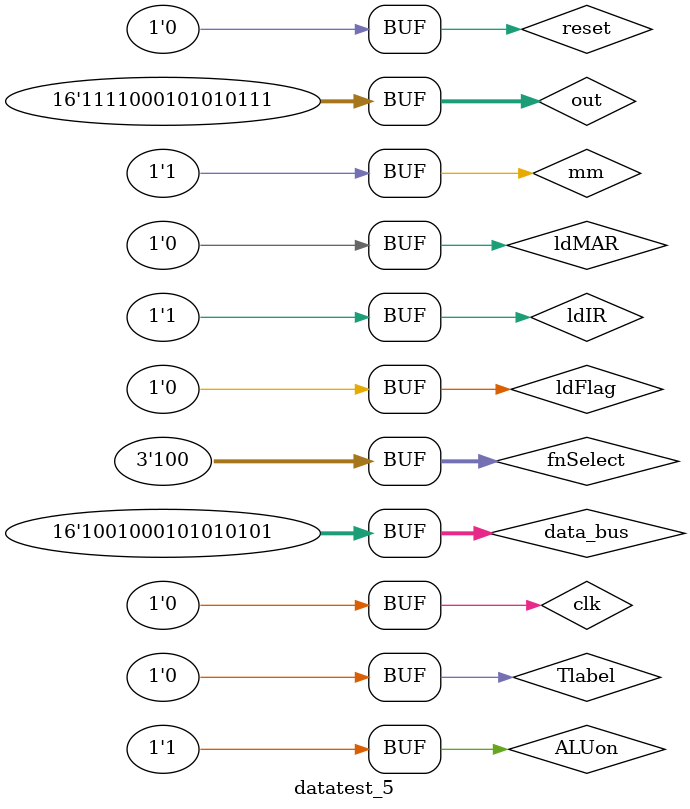
<source format=v>
`timescale 1ns / 1ps


module datatest_5;

	// Inputs
	reg ldMAR;
	reg [15:0] data_bus;
	reg ldIR;
	reg Tlabel;
	reg clk;
	reg ALUon;
	reg [2:0] fnSelect;
	reg mm;
	reg [15:0] out;
	reg reset;
	reg ldFlag;

	// Outputs
	wire [3:0] ir_1;
	wire [1:0] ir_2;
	wire [1:0] ir_3;
	wire [2:0] ir_4;
	wire [2:0] funct;
	wire s;
	wire v;
	wire c;
	wire z;
	wire cc;

	// Instantiate the Unit Under Test (UUT)
	datapath uut (
		.ldMAR(ldMAR), 
		.data_bus(data_bus), 
		.ldIR(ldIR), 
		.Tlabel(Tlabel), 
		.clk(clk), 
		.ir_1(ir_1), 
		.ir_2(ir_2), 
		.ir_3(ir_3), 
		.ir_4(ir_4), 
		.ALUon(ALUon), 
		.fnSelect(fnSelect), 
		.funct(funct), 
		.mm(mm), 
		.out(out), 
		.s(s), 
		.v(v), 
		.c(c), 
		.z(z), 
		.cc(cc), 
		.reset(reset), 
		.ldFlag(ldFlag)
	);

	initial begin
		// Initialize Inputs
		ldMAR = 0;
		data_bus = 0;
		ldIR = 0;
		Tlabel = 0;
		clk = 0;
		ALUon = 0;
		fnSelect = 0;
		mm = 0;
		out = 0;
		reset = 0;
		ldFlag = 0;
#10;
		clk=0;
		#5
		clk=1;
		data_bus = 16'b0010000101010101;
		ldIR =1;
		Tlabel =0;
		ldMAR =0;
		ALUon =1;
		fnSelect = 3'b100;
		mm =1;
		out = 16'b1111000101010111;
		#5
		clk=0;
		#5
		clk=1;
		data_bus = 16'b0011011101010101;
		ldIR =1;
		Tlabel =1;
		ldMAR =1;
		ALUon =0;
		fnSelect = 3'b101;
		mm=0;
		out = 16'b1111000101010001;
		#5
		clk =0;
		#5
		clk=1;
		data_bus = 16'b0100000101010101;
		ldIR =1;
		Tlabel =0;
		ldMAR =0;
		ALUon =1;
		fnSelect = 3'b100;
		mm =1;
		out = 16'b1111000101010111;
		#5
		clk=0;
		#5
		clk = 1;
		data_bus = 16'b0101000101010101;
		ldIR =1;
		Tlabel =0;
		ldMAR =0;
		ALUon =1;
		fnSelect = 3'b100;
		mm =1;
		out = 16'b1111000101010111;
		#5
		clk=0;
		#5
		clk = 1;
		data_bus = 16'b0110000101010101;
		ldIR =1;
		Tlabel =0;
		ldMAR =0;
		ALUon =1;
		fnSelect = 3'b100;
		mm =1;
		out = 16'b1111000101010111;
		#5
		clk=0;
		#5
		clk = 1;
		data_bus = 16'b0111000101010101;
		ldIR =1;
		Tlabel =0;
		ldMAR =0;
		ALUon =1;
		fnSelect = 3'b100;
		mm =1;
		out = 16'b1111000101010111;
		#5
		clk=0;
		#5
		clk = 1;
		data_bus = 16'b1000000101010101;
		ldIR =1;
		Tlabel =0;
		ldMAR =0;
		ALUon =1;
		fnSelect = 3'b100;
		mm =1;
		out = 16'b1111000101010111;
		#5
		clk=0;
		#5
		clk = 1;
		data_bus = 16'b1001000101010101;
		ldIR =1;
		Tlabel =0;
		ldMAR =0;
		ALUon =1;
		fnSelect = 3'b100;
		mm =1;
		out = 16'b1111000101010111;
		#5
		clk=0;

	end
endmodule


</source>
